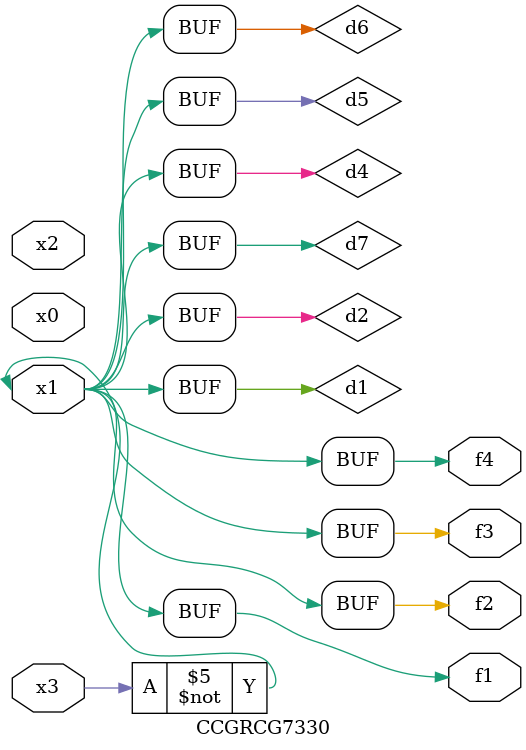
<source format=v>
module CCGRCG7330(
	input x0, x1, x2, x3,
	output f1, f2, f3, f4
);

	wire d1, d2, d3, d4, d5, d6, d7;

	not (d1, x3);
	buf (d2, x1);
	xnor (d3, d1, d2);
	nor (d4, d1);
	buf (d5, d1, d2);
	buf (d6, d4, d5);
	nand (d7, d4);
	assign f1 = d6;
	assign f2 = d7;
	assign f3 = d6;
	assign f4 = d6;
endmodule

</source>
